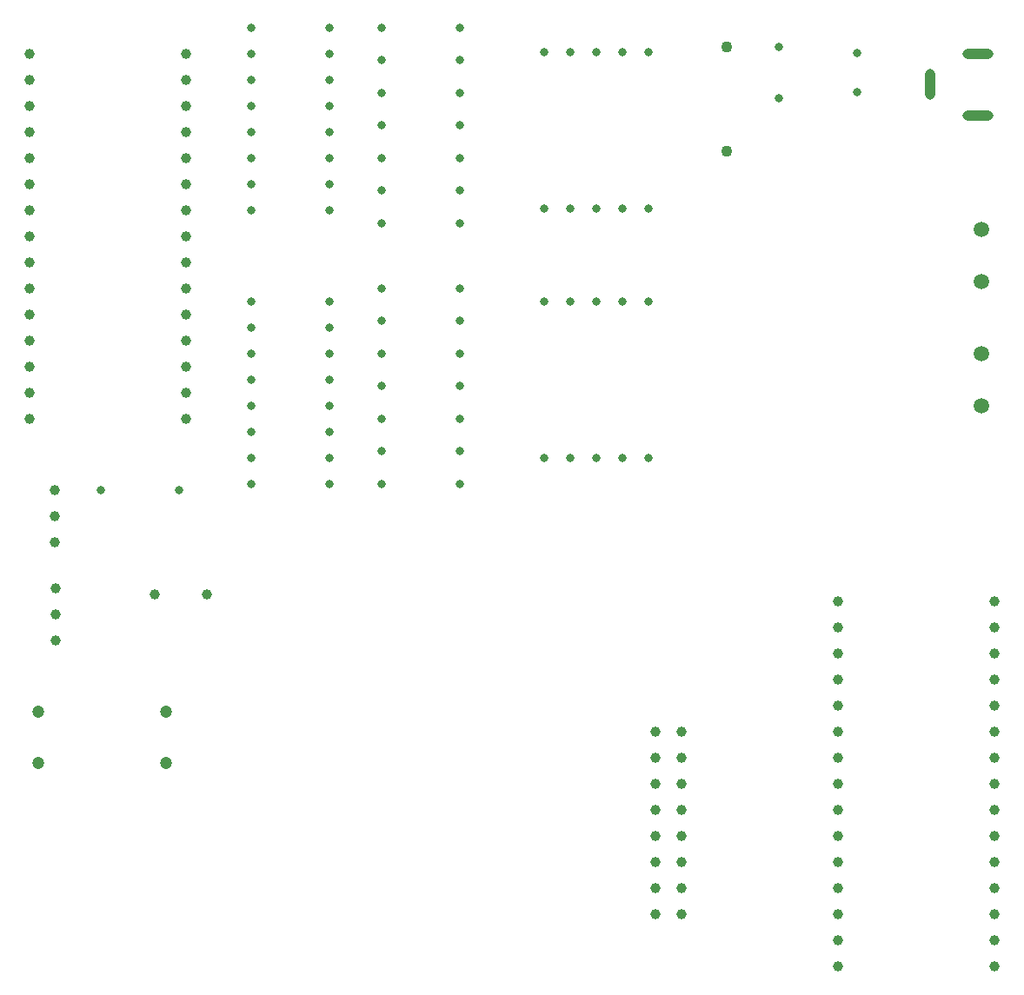
<source format=gbr>
%TF.GenerationSoftware,KiCad,Pcbnew,7.0.6*%
%TF.CreationDate,2023-10-09T17:52:27+13:00*%
%TF.ProjectId,Final Project KiCAD designs,46696e61-6c20-4507-926f-6a656374204b,1*%
%TF.SameCoordinates,Original*%
%TF.FileFunction,Plated,1,2,PTH,Mixed*%
%TF.FilePolarity,Positive*%
%FSLAX46Y46*%
G04 Gerber Fmt 4.6, Leading zero omitted, Abs format (unit mm)*
G04 Created by KiCad (PCBNEW 7.0.6) date 2023-10-09 17:52:27*
%MOMM*%
%LPD*%
G01*
G04 APERTURE LIST*
%TA.AperFunction,ComponentDrill*%
%ADD10C,0.800000*%
%TD*%
%TA.AperFunction,ComponentDrill*%
%ADD11C,1.000000*%
%TD*%
G04 aperture for slot hole*
%TA.AperFunction,ComponentDrill*%
%ADD12O,1.000000X3.000000*%
%TD*%
G04 aperture for slot hole*
%TA.AperFunction,ComponentDrill*%
%ADD13O,3.000000X1.000000*%
%TD*%
%TA.AperFunction,ComponentDrill*%
%ADD14C,1.100000*%
%TD*%
%TA.AperFunction,ComponentDrill*%
%ADD15C,1.200000*%
%TD*%
%TA.AperFunction,ComponentDrill*%
%ADD16C,1.520000*%
%TD*%
G04 APERTURE END LIST*
D10*
%TO.C,R15*%
X29845000Y-67945000D03*
X37465000Y-67945000D03*
%TO.C,U1*%
X44440000Y-22845000D03*
X44440000Y-25385000D03*
X44440000Y-27925000D03*
X44440000Y-30465000D03*
X44440000Y-33005000D03*
X44440000Y-35545000D03*
X44440000Y-38085000D03*
X44440000Y-40625000D03*
%TO.C,U2*%
X44440000Y-49515000D03*
X44440000Y-52055000D03*
X44440000Y-54595000D03*
X44440000Y-57135000D03*
X44440000Y-59675000D03*
X44440000Y-62215000D03*
X44440000Y-64755000D03*
X44440000Y-67295000D03*
%TO.C,U1*%
X52060000Y-22845000D03*
X52060000Y-25385000D03*
X52060000Y-27925000D03*
X52060000Y-30465000D03*
X52060000Y-33005000D03*
X52060000Y-35545000D03*
X52060000Y-38085000D03*
X52060000Y-40625000D03*
%TO.C,U2*%
X52060000Y-49515000D03*
X52060000Y-52055000D03*
X52060000Y-54595000D03*
X52060000Y-57135000D03*
X52060000Y-59675000D03*
X52060000Y-62215000D03*
X52060000Y-64755000D03*
X52060000Y-67295000D03*
%TO.C,R7*%
X57150000Y-22860000D03*
%TO.C,R6*%
X57150000Y-26035000D03*
%TO.C,R5*%
X57150000Y-29210000D03*
%TO.C,R4*%
X57150000Y-32385000D03*
%TO.C,R3*%
X57150000Y-35560000D03*
%TO.C,R2*%
X57150000Y-38735000D03*
%TO.C,R1*%
X57150000Y-41910000D03*
%TO.C,R14*%
X57150000Y-48260000D03*
%TO.C,R13*%
X57150000Y-51435000D03*
%TO.C,R12*%
X57150000Y-54610000D03*
%TO.C,R11*%
X57150000Y-57785000D03*
%TO.C,R10*%
X57150000Y-60960000D03*
%TO.C,R9*%
X57150000Y-64135000D03*
%TO.C,R8*%
X57150000Y-67310000D03*
%TO.C,R7*%
X64770000Y-22860000D03*
%TO.C,R6*%
X64770000Y-26035000D03*
%TO.C,R5*%
X64770000Y-29210000D03*
%TO.C,R4*%
X64770000Y-32385000D03*
%TO.C,R3*%
X64770000Y-35560000D03*
%TO.C,R2*%
X64770000Y-38735000D03*
%TO.C,R1*%
X64770000Y-41910000D03*
%TO.C,R14*%
X64770000Y-48260000D03*
%TO.C,R13*%
X64770000Y-51435000D03*
%TO.C,R12*%
X64770000Y-54610000D03*
%TO.C,R11*%
X64770000Y-57785000D03*
%TO.C,R10*%
X64770000Y-60960000D03*
%TO.C,R9*%
X64770000Y-64135000D03*
%TO.C,R8*%
X64770000Y-67310000D03*
%TO.C,U3*%
X73025000Y-25277500D03*
X73025000Y-40517500D03*
%TO.C,U4*%
X73025000Y-49530000D03*
X73025000Y-64770000D03*
%TO.C,U3*%
X75565000Y-25277500D03*
X75565000Y-40517500D03*
%TO.C,U4*%
X75565000Y-49530000D03*
X75565000Y-64770000D03*
%TO.C,U3*%
X78105000Y-25277500D03*
X78105000Y-40517500D03*
%TO.C,U4*%
X78105000Y-49530000D03*
X78105000Y-64770000D03*
%TO.C,U3*%
X80645000Y-25277500D03*
X80645000Y-40517500D03*
%TO.C,U4*%
X80645000Y-49530000D03*
X80645000Y-64770000D03*
%TO.C,U3*%
X83185000Y-25277500D03*
X83185000Y-40517500D03*
%TO.C,U4*%
X83185000Y-49530000D03*
X83185000Y-64770000D03*
%TO.C,C2*%
X95885000Y-24765000D03*
X95885000Y-29765000D03*
%TO.C,C1*%
X103505000Y-25307651D03*
X103505000Y-29107651D03*
D11*
%TO.C,A1*%
X22860000Y-25400000D03*
X22860000Y-27940000D03*
X22860000Y-30480000D03*
X22860000Y-33020000D03*
X22860000Y-35560000D03*
X22860000Y-38100000D03*
X22860000Y-40640000D03*
X22860000Y-43180000D03*
X22860000Y-45720000D03*
X22860000Y-48260000D03*
X22860000Y-50800000D03*
X22860000Y-53340000D03*
X22860000Y-55880000D03*
X22860000Y-58420000D03*
X22860000Y-60960000D03*
%TO.C,RV2*%
X25330000Y-67945000D03*
X25330000Y-70485000D03*
X25330000Y-73025000D03*
%TO.C,RV1*%
X25400000Y-77470000D03*
X25400000Y-80010000D03*
X25400000Y-82550000D03*
%TO.C,BZ1*%
X35094216Y-78105000D03*
%TO.C,A1*%
X38100000Y-25400000D03*
X38100000Y-27940000D03*
X38100000Y-30480000D03*
X38100000Y-33020000D03*
X38100000Y-35560000D03*
X38100000Y-38100000D03*
X38100000Y-40640000D03*
X38100000Y-43180000D03*
X38100000Y-45720000D03*
X38100000Y-48260000D03*
X38100000Y-50800000D03*
X38100000Y-53340000D03*
X38100000Y-55880000D03*
X38100000Y-58420000D03*
X38100000Y-60960000D03*
%TO.C,BZ1*%
X40094216Y-78105000D03*
%TO.C,J1*%
X83820000Y-91440000D03*
X83820000Y-93980000D03*
X83820000Y-96520000D03*
X83820000Y-99060000D03*
X83820000Y-101600000D03*
X83820000Y-104140000D03*
X83820000Y-106680000D03*
X83820000Y-109220000D03*
X86360000Y-91440000D03*
X86360000Y-93980000D03*
X86360000Y-96520000D03*
X86360000Y-99060000D03*
X86360000Y-101600000D03*
X86360000Y-104140000D03*
X86360000Y-106680000D03*
X86360000Y-109220000D03*
%TO.C,A2*%
X101600000Y-78740000D03*
X101600000Y-81280000D03*
X101600000Y-83820000D03*
X101600000Y-86360000D03*
X101600000Y-88900000D03*
X101600000Y-91440000D03*
X101600000Y-93980000D03*
X101600000Y-96520000D03*
X101600000Y-99060000D03*
X101600000Y-101600000D03*
X101600000Y-104140000D03*
X101600000Y-106680000D03*
X101600000Y-109220000D03*
X101600000Y-111760000D03*
X101600000Y-114300000D03*
D12*
%TO.C,J2*%
X110557500Y-28400000D03*
D13*
X115257500Y-25400000D03*
X115257500Y-31400000D03*
D11*
%TO.C,A2*%
X116840000Y-78740000D03*
X116840000Y-81280000D03*
X116840000Y-83820000D03*
X116840000Y-86360000D03*
X116840000Y-88900000D03*
X116840000Y-91440000D03*
X116840000Y-93980000D03*
X116840000Y-96520000D03*
X116840000Y-99060000D03*
X116840000Y-101600000D03*
X116840000Y-104140000D03*
X116840000Y-106680000D03*
X116840000Y-109220000D03*
X116840000Y-111760000D03*
X116840000Y-114300000D03*
D14*
%TO.C,D1*%
X90805000Y-24765000D03*
X90805000Y-34925000D03*
D15*
%TO.C,SW1*%
X23695000Y-89535000D03*
X23695000Y-94535000D03*
X36195000Y-89535000D03*
X36195000Y-94535000D03*
D16*
%TO.C,Display 5V*%
X115570000Y-42545000D03*
X115570000Y-47625000D03*
%TO.C,Display Gnd*%
X115570000Y-54610000D03*
X115570000Y-59690000D03*
M02*

</source>
